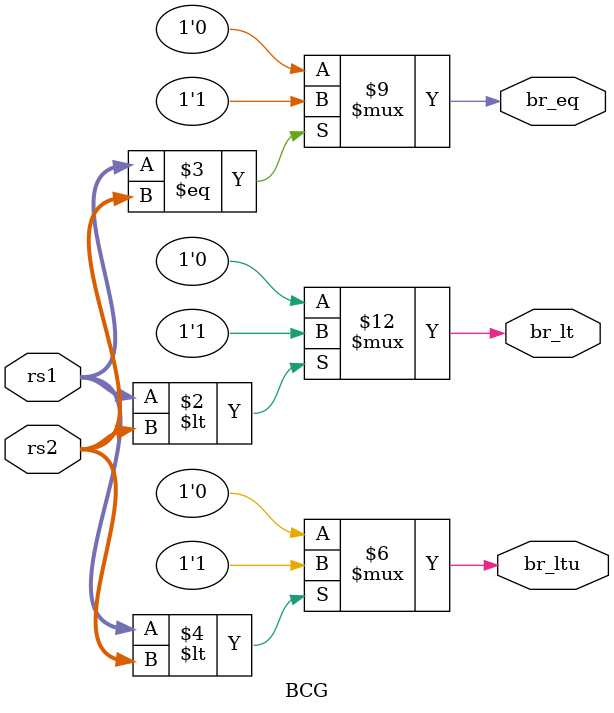
<source format=sv>
`timescale 1ns / 1ps


module BCG(
    input [31:0]rs1,
    input [31:0]rs2,
    output logic br_eq,
    output logic br_lt,
    output logic br_ltu
    );
    
    always_comb
    begin
        if($signed(rs1)<$signed(rs2))
            br_lt = 1'b1;
        else
            br_lt = 1'b0;
            
        if($signed(rs1)==$signed(rs2))
            br_eq = 1'b1;
        else
            br_eq = 1'b0;
            
        if(rs1<rs2)
            br_ltu = 1'b1;
        else
            br_ltu = 1'b0;
    end
endmodule

</source>
